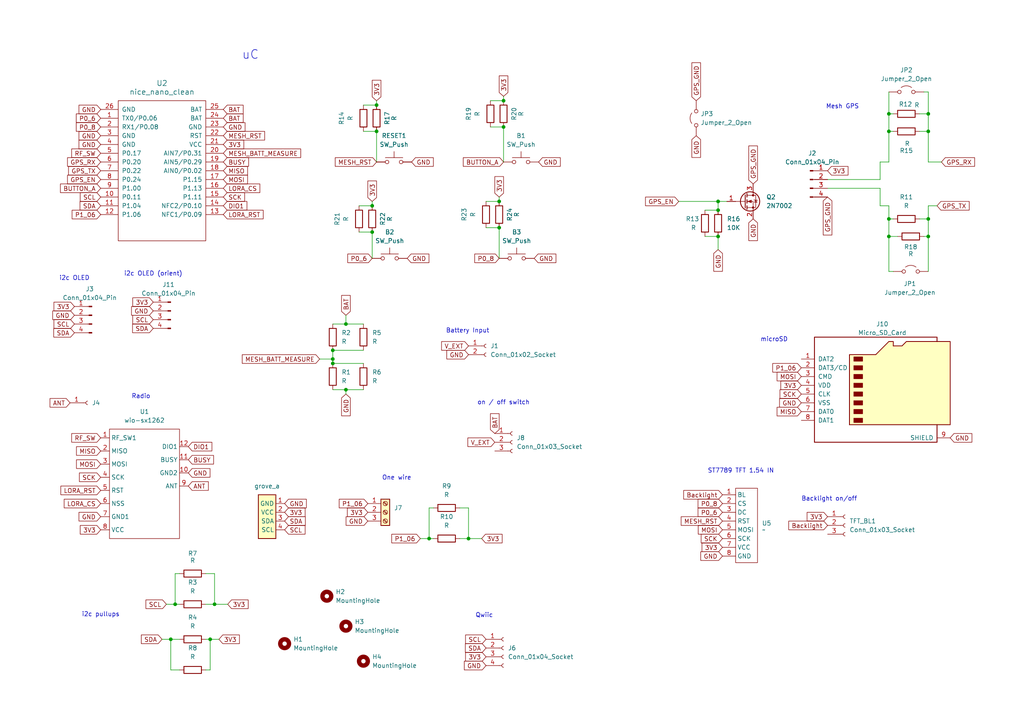
<source format=kicad_sch>
(kicad_sch (version 20231120) (generator "eeschema") (generator_version "8.0")
  (paper "A4")
  (lib_symbols
    (symbol "Connector:Conn_01x01_Socket" (pin_names (offset 1.016) hide)
      (property "Reference" "J" (at 0 2.54 0))
      (property "Value" "Conn_01x01_Socket" (at 0 -2.54 0))
      (symbol "Conn_01x01_Socket_1_1"
        (polyline (pts (xy -1.27 0) (xy -0.508 0)) (stroke (width 0.1524)))
        (arc (start 0 0.508) (mid -0.5058 0) (end 0 -0.508) (stroke (width 0.1524)))
        (pin passive line (at -5.08 0 0) (length 3.81) (name "Pin_1") (number "1"))
      )
    )
    (symbol "Connector:Conn_01x02_Socket" (pin_names (offset 1.016) hide)
      (property "Reference" "J" (at 0 2.54 0))
      (property "Value" "Conn_01x02_Socket" (at 0 -5.08 0))
      (symbol "Conn_01x02_Socket_1_1"
        (arc (start 0 -2.032) (mid -0.5058 -2.54) (end 0 -3.048) (stroke (width 0.1524)))
        (polyline (pts (xy -1.27 -2.54) (xy -0.508 -2.54)) (stroke (width 0.1524)))
        (polyline (pts (xy -1.27 0) (xy -0.508 0)) (stroke (width 0.1524)))
        (arc (start 0 0.508) (mid -0.5058 0) (end 0 -0.508) (stroke (width 0.1524)))
        (pin passive line (at -5.08 0 0) (length 3.81) (name "Pin_1") (number "1"))
        (pin passive line (at -5.08 -2.54 0) (length 3.81) (name "Pin_2") (number "2"))
      )
    )
    (symbol "Connector:Conn_01x03_Socket" (pin_names (offset 1.016) hide)
      (property "Reference" "J" (at 0 5.08 0))
      (property "Value" "Conn_01x03_Socket" (at 0 -5.08 0))
      (symbol "Conn_01x03_Socket_1_1"
        (arc (start 0 -2.032) (mid -0.5058 -2.54) (end 0 -3.048) (stroke (width 0.1524)))
        (polyline (pts (xy -1.27 -2.54) (xy -0.508 -2.54)) (stroke (width 0.1524)))
        (polyline (pts (xy -1.27 0) (xy -0.508 0)) (stroke (width 0.1524)))
        (polyline (pts (xy -1.27 2.54) (xy -0.508 2.54)) (stroke (width 0.1524)))
        (arc (start 0 0.508) (mid -0.5058 0) (end 0 -0.508) (stroke (width 0.1524)))
        (arc (start 0 3.048) (mid -0.5058 2.54) (end 0 2.032) (stroke (width 0.1524)))
        (pin passive line (at -5.08 2.54 0) (length 3.81) (name "Pin_1") (number "1"))
        (pin passive line (at -5.08 0 0) (length 3.81) (name "Pin_2") (number "2"))
        (pin passive line (at -5.08 -2.54 0) (length 3.81) (name "Pin_3") (number "3"))
      )
    )
    (symbol "Connector:Conn_01x04_Pin" (pin_names (offset 1.016) hide)
      (property "Reference" "J" (at 0 5.08 0))
      (property "Value" "Conn_01x04_Pin" (at 0 -7.62 0))
      (symbol "Conn_01x04_Pin_1_1"
        (polyline (pts (xy 1.27 -5.08) (xy 0.8636 -5.08)) (stroke (width 0.1524)))
        (polyline (pts (xy 1.27 -2.54) (xy 0.8636 -2.54)) (stroke (width 0.1524)))
        (polyline (pts (xy 1.27 0) (xy 0.8636 0)) (stroke (width 0.1524)))
        (polyline (pts (xy 1.27 2.54) (xy 0.8636 2.54)) (stroke (width 0.1524)))
        (rectangle (start 0.8636 -4.953) (end 0 -5.207) (stroke (width 0.1524)) (fill (type outline)))
        (rectangle (start 0.8636 -2.413) (end 0 -2.667) (stroke (width 0.1524)) (fill (type outline)))
        (rectangle (start 0.8636 0.127) (end 0 -0.127) (stroke (width 0.1524)) (fill (type outline)))
        (rectangle (start 0.8636 2.667) (end 0 2.413) (stroke (width 0.1524)) (fill (type outline)))
        (pin passive line (at 5.08 2.54 180) (length 3.81) (name "Pin_1") (number "1"))
        (pin passive line (at 5.08 0 180) (length 3.81) (name "Pin_2") (number "2"))
        (pin passive line (at 5.08 -2.54 180) (length 3.81) (name "Pin_3") (number "3"))
        (pin passive line (at 5.08 -5.08 180) (length 3.81) (name "Pin_4") (number "4"))
      )
    )
    (symbol "Connector:Conn_01x04_Socket" (pin_names (offset 1.016) hide)
      (property "Reference" "J" (at 0 5.08 0))
      (property "Value" "Conn_01x04_Socket" (at 0 -7.62 0))
      (symbol "Conn_01x04_Socket_1_1"
        (arc (start 0 -4.572) (mid -0.5058 -5.08) (end 0 -5.588) (stroke (width 0.1524)))
        (arc (start 0 -2.032) (mid -0.5058 -2.54) (end 0 -3.048) (stroke (width 0.1524)))
        (polyline (pts (xy -1.27 -5.08) (xy -0.508 -5.08)) (stroke (width 0.1524)))
        (polyline (pts (xy -1.27 -2.54) (xy -0.508 -2.54)) (stroke (width 0.1524)))
        (polyline (pts (xy -1.27 0) (xy -0.508 0)) (stroke (width 0.1524)))
        (polyline (pts (xy -1.27 2.54) (xy -0.508 2.54)) (stroke (width 0.1524)))
        (arc (start 0 0.508) (mid -0.5058 0) (end 0 -0.508) (stroke (width 0.1524)))
        (arc (start 0 3.048) (mid -0.5058 2.54) (end 0 2.032) (stroke (width 0.1524)))
        (pin passive line (at -5.08 2.54 0) (length 3.81) (name "Pin_1") (number "1"))
        (pin passive line (at -5.08 0 0) (length 3.81) (name "Pin_2") (number "2"))
        (pin passive line (at -5.08 -2.54 0) (length 3.81) (name "Pin_3") (number "3"))
        (pin passive line (at -5.08 -5.08 0) (length 3.81) (name "Pin_4") (number "4"))
      )
    )
    (symbol "Connector:Micro_SD_Card" (pin_names (offset 1.016))
      (property "Reference" "J" (at -16.51 15.24 0))
      (property "Value" "Micro_SD_Card" (at 16.51 15.24 0))
      (symbol "Micro_SD_Card_0_1"
        (rectangle (start -7.62 -9.525) (end -5.08 -10.795) (fill (type outline)))
        (rectangle (start -7.62 -6.985) (end -5.08 -8.255) (fill (type outline)))
        (rectangle (start -7.62 -4.445) (end -5.08 -5.715) (fill (type outline)))
        (rectangle (start -7.62 -1.905) (end -5.08 -3.175) (fill (type outline)))
        (rectangle (start -7.62 0.635) (end -5.08 -0.635) (fill (type outline)))
        (rectangle (start -7.62 3.175) (end -5.08 1.905) (fill (type outline)))
        (rectangle (start -7.62 5.715) (end -5.08 4.445) (fill (type outline)))
        (rectangle (start -7.62 8.255) (end -5.08 6.985) (fill (type outline)))
        (polyline (pts (xy 16.51 12.7) (xy 16.51 13.97) (xy -19.05 13.97) (xy -19.05 -16.51) (xy 16.51 -16.51) (xy 16.51 -11.43)) (stroke (width 0.254)))
        (polyline (pts (xy -8.89 -11.43) (xy -8.89 8.89) (xy -1.27 8.89) (xy 2.54 12.7) (xy 3.81 12.7) (xy 3.81 11.43) (xy 6.35 11.43) (xy 7.62 12.7) (xy 20.32 12.7) (xy 20.32 -11.43) (xy -8.89 -11.43)) (stroke (width 0.254)) (fill (type background)))
      )
      (symbol "Micro_SD_Card_1_1"
        (pin bidirectional line (at -22.86 7.62 0) (length 3.81) (name "DAT2") (number "1"))
        (pin bidirectional line (at -22.86 5.08 0) (length 3.81) (name "DAT3/CD") (number "2"))
        (pin input line (at -22.86 2.54 0) (length 3.81) (name "CMD") (number "3"))
        (pin power_in line (at -22.86 0 0) (length 3.81) (name "VDD") (number "4"))
        (pin input line (at -22.86 -2.54 0) (length 3.81) (name "CLK") (number "5"))
        (pin power_in line (at -22.86 -5.08 0) (length 3.81) (name "VSS") (number "6"))
        (pin bidirectional line (at -22.86 -7.62 0) (length 3.81) (name "DAT0") (number "7"))
        (pin bidirectional line (at -22.86 -10.16 0) (length 3.81) (name "DAT1") (number "8"))
        (pin passive line (at 20.32 -15.24 180) (length 3.81) (name "SHIELD") (number "9"))
      )
    )
    (symbol "Connector:Screw_Terminal_01x03" (pin_names (offset 1.016) hide)
      (property "Reference" "J" (at 0 5.08 0))
      (property "Value" "Screw_Terminal_01x03" (at 0 -5.08 0))
      (symbol "Screw_Terminal_01x03_1_1"
        (rectangle (start -1.27 3.81) (end 1.27 -3.81) (stroke (width 0.254)) (fill (type background)))
        (circle (center 0 -2.54) (radius 0.635) (stroke (width 0.1524)))
        (polyline (pts (xy -0.5334 -2.2098) (xy 0.3302 -3.048)) (stroke (width 0.1524)))
        (polyline (pts (xy -0.5334 0.3302) (xy 0.3302 -0.508)) (stroke (width 0.1524)))
        (polyline (pts (xy -0.5334 2.8702) (xy 0.3302 2.032)) (stroke (width 0.1524)))
        (polyline (pts (xy -0.3556 -2.032) (xy 0.508 -2.8702)) (stroke (width 0.1524)))
        (polyline (pts (xy -0.3556 0.508) (xy 0.508 -0.3302)) (stroke (width 0.1524)))
        (polyline (pts (xy -0.3556 3.048) (xy 0.508 2.2098)) (stroke (width 0.1524)))
        (circle (center 0 0) (radius 0.635) (stroke (width 0.1524)))
        (circle (center 0 2.54) (radius 0.635) (stroke (width 0.1524)))
        (pin passive line (at -5.08 2.54 0) (length 3.81) (name "Pin_1") (number "1"))
        (pin passive line (at -5.08 0 0) (length 3.81) (name "Pin_2") (number "2"))
        (pin passive line (at -5.08 -2.54 0) (length 3.81) (name "Pin_3") (number "3"))
      )
    )
    (symbol "Device:R" (pin_numbers hide) (pin_names (offset 0))
      (property "Reference" "R" (at 2.032 0 90))
      (property "Value" "R" (at 0 0 90))
      (symbol "R_0_1"
        (rectangle (start -1.016 -2.54) (end 1.016 2.54) (stroke (width 0.254)))
      )
      (symbol "R_1_1"
        (pin passive line (at 0 3.81 270) (length 1.27) (name "~") (number "1"))
        (pin passive line (at 0 -3.81 90) (length 1.27) (name "~") (number "2"))
      )
    )
    (symbol "Jumper:Jumper_2_Open" (pin_numbers hide) (pin_names (offset 0) hide) (exclude_from_sim yes)
      (property "Reference" "JP" (at 0 2.794 0))
      (property "Value" "Jumper_2_Open" (at 0 -2.286 0))
      (symbol "Jumper_2_Open_0_0"
        (circle (center -2.032 0) (radius 0.508))
        (circle (center 2.032 0) (radius 0.508))
      )
      (symbol "Jumper_2_Open_0_1"
        (arc (start 1.524 1.27) (mid 0 1.778) (end -1.524 1.27))
      )
      (symbol "Jumper_2_Open_1_1"
        (pin passive line (at -5.08 0 0) (length 2.54) (name "A") (number "1"))
        (pin passive line (at 5.08 0 180) (length 2.54) (name "B") (number "2"))
      )
    )
    (symbol "Mechanical:MountingHole" (pin_names (offset 1.016)) (exclude_from_sim yes) (in_bom no)
      (property "Reference" "H" (at 0 5.08 0))
      (property "Value" "MountingHole" (at 0 3.175 0))
      (symbol "MountingHole_0_1"
        (circle (center 0 0) (radius 1.27) (stroke (width 1.27)))
      )
    )
    (symbol "Switch:SW_Push" (pin_numbers hide) (pin_names (offset 1.016) hide)
      (property "Reference" "SW" (at 1.27 2.54 0))
      (property "Value" "SW_Push" (at 0 -1.524 0))
      (symbol "SW_Push_0_1"
        (circle (center -2.032 0) (radius 0.508))
        (polyline (pts (xy 0 1.27) (xy 0 3.048)))
        (polyline (pts (xy 2.54 1.27) (xy -2.54 1.27)))
        (circle (center 2.032 0) (radius 0.508))
        (pin passive line (at -5.08 0 0) (length 2.54) (name "1") (number "1"))
        (pin passive line (at 5.08 0 180) (length 2.54) (name "2") (number "2"))
      )
    )
    (symbol "Transistor_FET:2N7002" (pin_names hide)
      (property "Reference" "Q" (at 5.08 1.905 0))
      (property "Value" "2N7002" (at 5.08 0 0))
      (symbol "2N7002_0_1"
        (polyline (pts (xy 0.254 0) (xy -2.54 0)))
        (polyline (pts (xy 0.254 1.905) (xy 0.254 -1.905)) (stroke (width 0.254)))
        (polyline (pts (xy 0.762 -1.27) (xy 0.762 -2.286)) (stroke (width 0.254)))
        (polyline (pts (xy 0.762 0.508) (xy 0.762 -0.508)) (stroke (width 0.254)))
        (polyline (pts (xy 0.762 2.286) (xy 0.762 1.27)) (stroke (width 0.254)))
        (polyline (pts (xy 2.54 2.54) (xy 2.54 1.778)))
        (polyline (pts (xy 2.54 -2.54) (xy 2.54 0) (xy 0.762 0)))
        (polyline (pts (xy 0.762 -1.778) (xy 3.302 -1.778) (xy 3.302 1.778) (xy 0.762 1.778)))
        (polyline (pts (xy 1.016 0) (xy 2.032 0.381) (xy 2.032 -0.381) (xy 1.016 0)) (fill (type outline)))
        (polyline (pts (xy 2.794 0.508) (xy 2.921 0.381) (xy 3.683 0.381) (xy 3.81 0.254)))
        (polyline (pts (xy 3.302 0.381) (xy 2.921 -0.254) (xy 3.683 -0.254) (xy 3.302 0.381)))
        (circle (center 1.651 0) (radius 2.794) (stroke (width 0.254)))
        (circle (center 2.54 -1.778) (radius 0.254) (fill (type outline)))
        (circle (center 2.54 1.778) (radius 0.254) (fill (type outline)))
      )
      (symbol "2N7002_1_1"
        (pin input line (at -5.08 0 0) (length 2.54) (name "G") (number "1"))
        (pin passive line (at 2.54 -5.08 90) (length 2.54) (name "S") (number "2"))
        (pin passive line (at 2.54 5.08 270) (length 2.54) (name "D") (number "3"))
      )
    )
    (symbol "lucc:grove_a"
      (property "Reference" "U" (at -10.16 10.16 0))
      (property "Value" "grove_a" (at -4.064 11.43 0))
      (symbol "grove_a_0_1"
        (rectangle (start -2.54 7.62) (end 2.54 -5.08) (stroke (width 0.254)) (fill (type background)))
      )
      (symbol "grove_a_1_1"
        (pin bidirectional line (at 5.08 5.08 180) (length 2.54) (name "GND") (number "1"))
        (pin output line (at 5.08 2.54 180) (length 2.54) (name "VCC") (number "2"))
        (pin input line (at 5.08 0 180) (length 2.54) (name "SDA") (number "3"))
        (pin bidirectional line (at 5.08 -2.54 180) (length 2.54) (name "SCL") (number "4"))
      )
    )
    (symbol "lucc:st7789"
      (property "Reference" "U" (at 0 8.636 0))
      (symbol "st7789_0_1"
        (rectangle (start -3.81 5.715) (end 2.54 -15.875))
      )
      (symbol "st7789_1_1"
        (pin input line (at -7.62 3.81 0) (length 3.81) (name "BL") (number "1"))
        (pin input line (at -7.62 1.27 0) (length 3.81) (name "CS") (number "2"))
        (pin input line (at -7.62 -1.27 0) (length 3.81) (name "DC") (number "3"))
        (pin input line (at -7.62 -3.81 0) (length 3.81) (name "RST") (number "4"))
        (pin input line (at -7.62 -6.35 0) (length 3.81) (name "MOSI") (number "5"))
        (pin input line (at -7.62 -8.89 0) (length 3.81) (name "SCK") (number "6"))
        (pin input line (at -7.62 -11.43 0) (length 3.81) (name "VCC") (number "7"))
        (pin input line (at -7.62 -13.97 0) (length 3.81) (name "GND") (number "8"))
      )
    )
    (symbol "nice_nano:nice_nano_clean" (pin_names (offset 1.016))
      (property "Reference" "U" (at 0 0 0))
      (property "Value" "nice_nano_clean" (at 0 2.54 0))
      (symbol "nice_nano_clean_0_1"
        (rectangle (start -12.7 -21.59) (end 12.7 19.05))
      )
      (symbol "nice_nano_clean_1_1"
        (pin input line (at -17.78 13.97 0) (length 5.08) (name "TX0/P0.06") (number "1"))
        (pin input line (at -17.78 -8.89 0) (length 5.08) (name "P0.11") (number "10"))
        (pin input line (at -17.78 -11.43 0) (length 5.08) (name "P1.04") (number "11"))
        (pin input line (at -17.78 -13.97 0) (length 5.08) (name "P1.06") (number "12"))
        (pin input line (at 17.78 -13.97 180) (length 5.08) (name "NFC1/P0.09") (number "13"))
        (pin input line (at 17.78 -11.43 180) (length 5.08) (name "NFC2/P0.10") (number "14"))
        (pin input line (at 17.78 -8.89 180) (length 5.08) (name "P1.11") (number "15"))
        (pin input line (at 17.78 -6.35 180) (length 5.08) (name "P1.13") (number "16"))
        (pin input line (at 17.78 -3.81 180) (length 5.08) (name "P1.15") (number "17"))
        (pin input line (at 17.78 -1.27 180) (length 5.08) (name "AIN0/P0.02") (number "18"))
        (pin input line (at 17.78 1.27 180) (length 5.08) (name "AIN5/P0.29") (number "19"))
        (pin input line (at -17.78 11.43 0) (length 5.08) (name "RX1/P0.08") (number "2"))
        (pin input line (at 17.78 3.81 180) (length 5.08) (name "AIN7/P0.31") (number "20"))
        (pin input line (at 17.78 6.35 180) (length 5.08) (name "VCC") (number "21"))
        (pin input line (at 17.78 8.89 180) (length 5.08) (name "RST") (number "22"))
        (pin input line (at 17.78 11.43 180) (length 5.08) (name "GND") (number "23"))
        (pin input line (at 17.78 13.97 180) (length 5.08) (name "BAT") (number "24"))
        (pin input line (at 17.78 16.51 180) (length 5.08) (name "BAT") (number "25"))
        (pin input line (at -17.78 16.51 0) (length 5.08) (name "GND") (number "26"))
        (pin input line (at -17.78 8.89 0) (length 5.08) (name "GND") (number "3"))
        (pin input line (at -17.78 6.35 0) (length 5.08) (name "GND") (number "4"))
        (pin input line (at -17.78 3.81 0) (length 5.08) (name "P0.17") (number "5"))
        (pin input line (at -17.78 1.27 0) (length 5.08) (name "P0.20") (number "6"))
        (pin input line (at -17.78 -1.27 0) (length 5.08) (name "P0.22") (number "7"))
        (pin input line (at -17.78 -3.81 0) (length 5.08) (name "P0.24") (number "8"))
        (pin input line (at -17.78 -6.35 0) (length 5.08) (name "P1.00") (number "9"))
      )
    )
    (symbol "sweet-p:wio-sx1262"
      (property "Reference" "U" (at -1.27 13.97 0))
      (property "Value" "wio-sx1262" (at -1.27 11.43 0))
      (symbol "wio-sx1262_0_1"
        (rectangle (start -6.35 8.89) (end 13.97 -22.86))
      )
      (symbol "wio-sx1262_1_1"
        (pin input line (at -8.89 6.35 0) (length 2.54) (name "RF_SW1") (number "1"))
        (pin input line (at 16.51 -3.81 180) (length 2.54) (name "GND2") (number "10"))
        (pin input line (at 16.51 0 180) (length 2.54) (name "BUSY") (number "11"))
        (pin input line (at 16.51 3.81 180) (length 2.54) (name "DIO1") (number "12"))
        (pin input line (at -8.89 2.54 0) (length 2.54) (name "MISO") (number "2"))
        (pin input line (at -8.89 -1.27 0) (length 2.54) (name "MOSI") (number "3"))
        (pin input line (at -8.89 -5.08 0) (length 2.54) (name "SCK") (number "4"))
        (pin input line (at -8.89 -8.89 0) (length 2.54) (name "RST") (number "5"))
        (pin input line (at -8.89 -12.7 0) (length 2.54) (name "NSS") (number "6"))
        (pin input line (at -8.89 -16.51 0) (length 2.54) (name "GND1") (number "7"))
        (pin input line (at -8.89 -20.32 0) (length 2.54) (name "VCC") (number "8"))
        (pin input line (at 16.51 -7.62 180) (length 2.54) (name "ANT") (number "9"))
      )
    )
  )
  (junction (at 49.53 185.42))
  (junction (at 60.96 185.42))
  (junction (at 124.46 156.21))
  (junction (at 257.81 33.02))
  (junction (at 146.05 36.83))
  (junction (at 50.8 175.26))
  (junction (at 100.33 93.98))
  (junction (at 208.28 60.96))
  (junction (at 208.28 58.42))
  (junction (at 62.23 175.26))
  (junction (at 257.81 68.58))
  (junction (at 135.89 156.21))
  (junction (at 107.95 59.69))
  (junction (at 96.52 105.41))
  (junction (at 109.22 30.48))
  (junction (at 146.05 29.21))
  (junction (at 269.24 38.1))
  (junction (at 144.78 58.42))
  (junction (at 269.24 33.02))
  (junction (at 257.81 38.1))
  (junction (at 257.81 63.5))
  (junction (at 269.24 68.58))
  (junction (at 269.24 63.5))
  (junction (at 144.78 66.04))
  (junction (at 100.33 113.03))
  (junction (at 96.52 101.6))
  (junction (at 96.52 104.14))
  (junction (at 208.28 68.58))
  (junction (at 107.95 67.31))
  (junction (at 109.22 38.1))
  (wire (pts (xy 59.69 175.26) (xy 62.23 175.26)))
  (wire (pts (xy 259.08 38.1) (xy 257.81 38.1)))
  (wire (pts (xy 121.92 156.21) (xy 124.46 156.21)))
  (wire (pts (xy 100.33 91.44) (xy 100.33 93.98)))
  (wire (pts (xy 105.41 30.48) (xy 109.22 30.48)))
  (wire (pts (xy 46.99 185.42) (xy 49.53 185.42)))
  (wire (pts (xy 208.28 68.58) (xy 208.28 72.39)))
  (wire (pts (xy 96.52 105.41) (xy 105.41 105.41)))
  (wire (pts (xy 255.27 59.69) (xy 257.81 59.69)))
  (wire (pts (xy 96.52 104.14) (xy 96.52 105.41)))
  (wire (pts (xy 257.81 63.5) (xy 257.81 68.58)))
  (wire (pts (xy 49.53 194.31) (xy 52.07 194.31)))
  (wire (pts (xy 269.24 59.69) (xy 271.78 59.69)))
  (wire (pts (xy 255.27 46.99) (xy 257.81 46.99)))
  (wire (pts (xy 269.24 68.58) (xy 269.24 78.74)))
  (wire (pts (xy 255.27 54.61) (xy 255.27 59.69)))
  (wire (pts (xy 257.81 68.58) (xy 260.35 68.58)))
  (wire (pts (xy 59.69 194.31) (xy 60.96 194.31)))
  (wire (pts (xy 269.24 63.5) (xy 269.24 59.69)))
  (wire (pts (xy 257.81 68.58) (xy 257.81 78.74)))
  (wire (pts (xy 257.81 26.67) (xy 257.81 33.02)))
  (wire (pts (xy 49.53 185.42) (xy 49.53 194.31)))
  (wire (pts (xy 257.81 38.1) (xy 257.81 46.99)))
  (wire (pts (xy 92.71 104.14) (xy 96.52 104.14)))
  (wire (pts (xy 50.8 175.26) (xy 52.07 175.26)))
  (wire (pts (xy 48.26 175.26) (xy 50.8 175.26)))
  (wire (pts (xy 59.69 166.37) (xy 62.23 166.37)))
  (wire (pts (xy 107.95 58.42) (xy 107.95 59.69)))
  (wire (pts (xy 266.7 38.1) (xy 269.24 38.1)))
  (wire (pts (xy 257.81 59.69) (xy 257.81 63.5)))
  (wire (pts (xy 257.81 33.02) (xy 259.08 33.02)))
  (wire (pts (xy 62.23 175.26) (xy 66.04 175.26)))
  (wire (pts (xy 269.24 33.02) (xy 269.24 26.67)))
  (wire (pts (xy 124.46 147.32) (xy 124.46 156.21)))
  (wire (pts (xy 140.97 58.42) (xy 144.78 58.42)))
  (wire (pts (xy 62.23 166.37) (xy 62.23 175.26)))
  (wire (pts (xy 124.46 156.21) (xy 125.73 156.21)))
  (wire (pts (xy 109.22 38.1) (xy 109.22 46.99)))
  (wire (pts (xy 266.7 63.5) (xy 269.24 63.5)))
  (wire (pts (xy 269.24 46.99) (xy 273.05 46.99)))
  (wire (pts (xy 60.96 194.31) (xy 60.96 185.42)))
  (wire (pts (xy 60.96 185.42) (xy 63.5 185.42)))
  (wire (pts (xy 269.24 68.58) (xy 269.24 63.5)))
  (wire (pts (xy 269.24 38.1) (xy 269.24 46.99)))
  (wire (pts (xy 140.97 66.04) (xy 144.78 66.04)))
  (wire (pts (xy 50.8 166.37) (xy 50.8 175.26)))
  (wire (pts (xy 146.05 36.83) (xy 146.05 46.99)))
  (wire (pts (xy 133.35 156.21) (xy 135.89 156.21)))
  (wire (pts (xy 208.28 58.42) (xy 210.82 58.42)))
  (wire (pts (xy 59.69 185.42) (xy 60.96 185.42)))
  (wire (pts (xy 269.24 38.1) (xy 269.24 33.02)))
  (wire (pts (xy 269.24 26.67) (xy 267.97 26.67)))
  (wire (pts (xy 196.85 58.42) (xy 208.28 58.42)))
  (wire (pts (xy 96.52 93.98) (xy 100.33 93.98)))
  (wire (pts (xy 240.03 52.07) (xy 255.27 52.07)))
  (wire (pts (xy 100.33 93.98) (xy 105.41 93.98)))
  (wire (pts (xy 100.33 113.03) (xy 105.41 113.03)))
  (wire (pts (xy 133.35 147.32) (xy 135.89 147.32)))
  (wire (pts (xy 100.33 113.03) (xy 100.33 114.3)))
  (wire (pts (xy 255.27 52.07) (xy 255.27 46.99)))
  (wire (pts (xy 109.22 29.21) (xy 109.22 30.48)))
  (wire (pts (xy 125.73 147.32) (xy 124.46 147.32)))
  (wire (pts (xy 96.52 101.6) (xy 96.52 104.14)))
  (wire (pts (xy 104.14 67.31) (xy 107.95 67.31)))
  (wire (pts (xy 257.81 33.02) (xy 257.81 38.1)))
  (wire (pts (xy 144.78 66.04) (xy 144.78 74.93)))
  (wire (pts (xy 52.07 166.37) (xy 50.8 166.37)))
  (wire (pts (xy 104.14 59.69) (xy 107.95 59.69)))
  (wire (pts (xy 266.7 33.02) (xy 269.24 33.02)))
  (wire (pts (xy 49.53 185.42) (xy 52.07 185.42)))
  (wire (pts (xy 144.78 57.15) (xy 144.78 58.42)))
  (wire (pts (xy 267.97 68.58) (xy 269.24 68.58)))
  (wire (pts (xy 96.52 101.6) (xy 105.41 101.6)))
  (wire (pts (xy 142.24 36.83) (xy 146.05 36.83)))
  (wire (pts (xy 96.52 113.03) (xy 100.33 113.03)))
  (wire (pts (xy 257.81 78.74) (xy 259.08 78.74)))
  (wire (pts (xy 208.28 58.42) (xy 208.28 60.96)))
  (wire (pts (xy 146.05 27.94) (xy 146.05 29.21)))
  (wire (pts (xy 135.89 156.21) (xy 139.7 156.21)))
  (wire (pts (xy 135.89 147.32) (xy 135.89 156.21)))
  (wire (pts (xy 142.24 29.21) (xy 146.05 29.21)))
  (wire (pts (xy 107.95 67.31) (xy 107.95 74.93)))
  (wire (pts (xy 204.47 60.96) (xy 208.28 60.96)))
  (wire (pts (xy 240.03 54.61) (xy 255.27 54.61)))
  (wire (pts (xy 257.81 63.5) (xy 259.08 63.5)))
  (wire (pts (xy 204.47 68.58) (xy 208.28 68.58)))
  (wire (pts (xy 105.41 38.1) (xy 109.22 38.1)))
  (text "microSD" (at 224.536 98.552 0) (effects (font (size 1.27 1.27))))
  (text "Mesh GPS" (at 244.348 30.988 0) (effects (font (size 1.27 1.27))))
  (text "ST7789 TFT 1.54 IN" (at 214.884 136.652 0) (effects (font (size 1.27 1.27))))
  (text "Backlight on/off" (at 240.538 144.78 0) (effects (font (size 1.27 1.27))))
  (text "uC" (at 72.644 16.002 0) (effects (font (size 2.54 2.54))))
  (text "on / off switch" (at 146.05 116.84 0) (effects (font (size 1.27 1.27))))
  (text "One wire" (at 115.062 138.684 0) (effects (font (size 1.27 1.27))))
  (text "i2c pullups" (at 29.21 178.308 0) (effects (font (size 1.27 1.27))))
  (text "i2c OLED" (at 21.59 80.772 0) (effects (font (size 1.27 1.27))))
  (text "Radio" (at 40.894 115.062 0) (effects (font (size 1.27 1.27))))
  (text "i2c OLED (orient)" (at 44.45 79.502 0) (effects (font (size 1.27 1.27))))
  (text "Battery Input" (at 135.636 96.012 0) (effects (font (size 1.27 1.27))))
  (text "Qwiic" (at 140.462 178.562 0) (effects (font (size 1.27 1.27))))
  (global_label "GND" (shape input) (at 156.21 46.99 0) (property "Intersheetrefs" "${INTERSHEET_REFS}" (effects (hide yes))))
  (global_label "3V3" (shape input) (at 107.95 58.42 90) (property "Intersheetrefs" "${INTERSHEET_REFS}" (effects (hide yes))))
  (global_label "GPS_RX" (shape input) (at 29.21 46.99 180) (property "Intersheetrefs" "${INTERSHEET_REFS}" (effects (hide yes))))
  (global_label "GND" (shape input) (at 82.55 146.05 0) (property "Intersheetrefs" "${INTERSHEET_REFS}" (effects (hide yes))))
  (global_label "SDA" (shape input) (at 21.59 96.52 180) (property "Intersheetrefs" "${INTERSHEET_REFS}" (effects (hide yes))))
  (global_label "GND" (shape input) (at 135.89 102.87 180) (property "Intersheetrefs" "${INTERSHEET_REFS}" (effects (hide yes))))
  (global_label "P1_06" (shape input) (at 29.21 62.23 180) (property "Intersheetrefs" "${INTERSHEET_REFS}" (effects (hide yes))))
  (global_label "GND" (shape input) (at 29.21 39.37 180) (property "Intersheetrefs" "${INTERSHEET_REFS}" (effects (hide yes))))
  (global_label "GND" (shape input) (at 208.28 72.39 270) (property "Intersheetrefs" "${INTERSHEET_REFS}" (effects (hide yes))))
  (global_label "MESH_RST" (shape input) (at 109.22 46.99 180) (property "Intersheetrefs" "${INTERSHEET_REFS}" (effects (hide yes))))
  (global_label "BAT" (shape input) (at 143.51 125.73 90) (property "Intersheetrefs" "${INTERSHEET_REFS}" (effects (hide yes))))
  (global_label "3V3" (shape input) (at 209.55 158.75 180) (property "Intersheetrefs" "${INTERSHEET_REFS}" (effects (hide yes))))
  (global_label "GND" (shape input) (at 119.38 46.99 0) (property "Intersheetrefs" "${INTERSHEET_REFS}" (effects (hide yes))))
  (global_label "ANT" (shape input) (at 20.32 116.84 180) (property "Intersheetrefs" "${INTERSHEET_REFS}" (effects (hide yes))))
  (global_label "GPS_GND" (shape input) (at 218.44 53.34 90) (property "Intersheetrefs" "${INTERSHEET_REFS}" (effects (hide yes))))
  (global_label "SDA" (shape input) (at 44.45 95.25 180) (property "Intersheetrefs" "${INTERSHEET_REFS}" (effects (hide yes))))
  (global_label "MESH_RST" (shape input) (at 209.55 151.13 180) (property "Intersheetrefs" "${INTERSHEET_REFS}" (effects (hide yes))))
  (global_label "BUSY" (shape input) (at 64.77 46.99 0) (property "Intersheetrefs" "${INTERSHEET_REFS}" (effects (hide yes))))
  (global_label "GPS_RX" (shape input) (at 273.05 46.99 0) (property "Intersheetrefs" "${INTERSHEET_REFS}" (effects (hide yes))))
  (global_label "GPS_TX" (shape input) (at 271.78 59.69 0) (property "Intersheetrefs" "${INTERSHEET_REFS}" (effects (hide yes))))
  (global_label "RF_SW" (shape input) (at 29.21 127 180) (property "Intersheetrefs" "${INTERSHEET_REFS}" (effects (hide yes))))
  (global_label "GND" (shape input) (at 106.68 151.13 180) (property "Intersheetrefs" "${INTERSHEET_REFS}" (effects (hide yes))))
  (global_label "P1_06" (shape input) (at 121.92 156.21 180) (property "Intersheetrefs" "${INTERSHEET_REFS}" (effects (hide yes))))
  (global_label "GND" (shape input) (at 232.41 116.84 180) (property "Intersheetrefs" "${INTERSHEET_REFS}" (effects (hide yes))))
  (global_label "BUSY" (shape input) (at 54.61 133.35 0) (property "Intersheetrefs" "${INTERSHEET_REFS}" (effects (hide yes))))
  (global_label "SCL" (shape input) (at 21.59 93.98 180) (property "Intersheetrefs" "${INTERSHEET_REFS}" (effects (hide yes))))
  (global_label "GND" (shape input) (at 29.21 41.91 180) (property "Intersheetrefs" "${INTERSHEET_REFS}" (effects (hide yes))))
  (global_label "MISO" (shape input) (at 232.41 119.38 180) (property "Intersheetrefs" "${INTERSHEET_REFS}" (effects (hide yes))))
  (global_label "3V3" (shape input) (at 240.03 49.53 0) (property "Intersheetrefs" "${INTERSHEET_REFS}" (effects (hide yes))))
  (global_label "RF_SW" (shape input) (at 29.21 44.45 180) (property "Intersheetrefs" "${INTERSHEET_REFS}" (effects (hide yes))))
  (global_label "ANT" (shape input) (at 54.61 140.97 0) (property "Intersheetrefs" "${INTERSHEET_REFS}" (effects (hide yes))))
  (global_label "GND" (shape input) (at 209.55 161.29 180) (property "Intersheetrefs" "${INTERSHEET_REFS}" (effects (hide yes))))
  (global_label "LORA_RST" (shape input) (at 29.21 142.24 180) (property "Intersheetrefs" "${INTERSHEET_REFS}" (effects (hide yes))))
  (global_label "GND" (shape input) (at 64.77 36.83 0) (property "Intersheetrefs" "${INTERSHEET_REFS}" (effects (hide yes))))
  (global_label "3V3" (shape input) (at 29.21 153.67 180) (property "Intersheetrefs" "${INTERSHEET_REFS}" (effects (hide yes))))
  (global_label "SDA" (shape input) (at 29.21 59.69 180) (property "Intersheetrefs" "${INTERSHEET_REFS}" (effects (hide yes))))
  (global_label "3V3" (shape input) (at 21.59 88.9 180) (property "Intersheetrefs" "${INTERSHEET_REFS}" (effects (hide yes))))
  (global_label "BAT" (shape input) (at 64.77 34.29 0) (property "Intersheetrefs" "${INTERSHEET_REFS}" (effects (hide yes))))
  (global_label "3V3" (shape input) (at 140.97 190.5 180) (property "Intersheetrefs" "${INTERSHEET_REFS}" (effects (hide yes))))
  (global_label "P0_8" (shape input) (at 144.78 74.93 180) (property "Intersheetrefs" "${INTERSHEET_REFS}" (effects (hide yes))))
  (global_label "3V3" (shape input) (at 240.03 149.86 180) (property "Intersheetrefs" "${INTERSHEET_REFS}" (effects (hide yes))))
  (global_label "SCL" (shape input) (at 82.55 153.67 0) (property "Intersheetrefs" "${INTERSHEET_REFS}" (effects (hide yes))))
  (global_label "SCL" (shape input) (at 140.97 185.42 180) (property "Intersheetrefs" "${INTERSHEET_REFS}" (effects (hide yes))))
  (global_label "GND" (shape input) (at 29.21 149.86 180) (property "Intersheetrefs" "${INTERSHEET_REFS}" (effects (hide yes))))
  (global_label "P0_8" (shape input) (at 29.21 36.83 180) (property "Intersheetrefs" "${INTERSHEET_REFS}" (effects (hide yes))))
  (global_label "MOSI" (shape input) (at 29.21 134.62 180) (property "Intersheetrefs" "${INTERSHEET_REFS}" (effects (hide yes))))
  (global_label "GND" (shape input) (at 44.45 90.17 180) (property "Intersheetrefs" "${INTERSHEET_REFS}" (effects (hide yes))))
  (global_label "MESH_RST" (shape input) (at 64.77 39.37 0) (property "Intersheetrefs" "${INTERSHEET_REFS}" (effects (hide yes))))
  (global_label "MOSI" (shape input) (at 64.77 52.07 0) (property "Intersheetrefs" "${INTERSHEET_REFS}" (effects (hide yes))))
  (global_label "LORA_CS" (shape input) (at 64.77 54.61 0) (property "Intersheetrefs" "${INTERSHEET_REFS}" (effects (hide yes))))
  (global_label "SDA" (shape input) (at 82.55 151.13 0) (property "Intersheetrefs" "${INTERSHEET_REFS}" (effects (hide yes))))
  (global_label "GND" (shape input) (at 275.59 127 0) (property "Intersheetrefs" "${INTERSHEET_REFS}" (effects (hide yes))))
  (global_label "GND" (shape input) (at 21.59 91.44 180) (property "Intersheetrefs" "${INTERSHEET_REFS}" (effects (hide yes))))
  (global_label "GND" (shape input) (at 154.94 74.93 0) (property "Intersheetrefs" "${INTERSHEET_REFS}" (effects (hide yes))))
  (global_label "V_EXT" (shape input) (at 143.51 128.27 180) (property "Intersheetrefs" "${INTERSHEET_REFS}" (effects (hide yes))))
  (global_label "SCK" (shape input) (at 64.77 57.15 0) (property "Intersheetrefs" "${INTERSHEET_REFS}" (effects (hide yes))))
  (global_label "3V3" (shape input) (at 139.7 156.21 0) (property "Intersheetrefs" "${INTERSHEET_REFS}" (effects (hide yes))))
  (global_label "P1_06" (shape input) (at 232.41 106.68 180) (property "Intersheetrefs" "${INTERSHEET_REFS}" (effects (hide yes))))
  (global_label "GND" (shape input) (at 218.44 63.5 270) (property "Intersheetrefs" "${INTERSHEET_REFS}" (effects (hide yes))))
  (global_label "GND" (shape input) (at 140.97 193.04 180) (property "Intersheetrefs" "${INTERSHEET_REFS}" (effects (hide yes))))
  (global_label "GND" (shape input) (at 201.93 39.37 270) (property "Intersheetrefs" "${INTERSHEET_REFS}" (effects (hide yes))))
  (global_label "3V3" (shape input) (at 146.05 27.94 90) (property "Intersheetrefs" "${INTERSHEET_REFS}" (effects (hide yes))))
  (global_label "MESH_BATT_MEASURE" (shape input) (at 92.71 104.14 180) (property "Intersheetrefs" "${INTERSHEET_REFS}" (effects (hide yes))))
  (global_label "GPS_GND" (shape input) (at 240.03 57.15 270) (property "Intersheetrefs" "${INTERSHEET_REFS}" (effects (hide yes))))
  (global_label "SDA" (shape input) (at 140.97 187.96 180) (property "Intersheetrefs" "${INTERSHEET_REFS}" (effects (hide yes))))
  (global_label "BAT" (shape input) (at 64.77 31.75 0) (property "Intersheetrefs" "${INTERSHEET_REFS}" (effects (hide yes))))
  (global_label "LORA_CS" (shape input) (at 29.21 146.05 180) (property "Intersheetrefs" "${INTERSHEET_REFS}" (effects (hide yes))))
  (global_label "MOSI" (shape input) (at 209.55 153.67 180) (property "Intersheetrefs" "${INTERSHEET_REFS}" (effects (hide yes))))
  (global_label "GND" (shape input) (at 100.33 114.3 270) (property "Intersheetrefs" "${INTERSHEET_REFS}" (effects (hide yes))))
  (global_label "GND" (shape input) (at 54.61 137.16 0) (property "Intersheetrefs" "${INTERSHEET_REFS}" (effects (hide yes))))
  (global_label "3V3" (shape input) (at 63.5 185.42 0) (property "Intersheetrefs" "${INTERSHEET_REFS}" (effects (hide yes))))
  (global_label "DIO1" (shape input) (at 64.77 59.69 0) (property "Intersheetrefs" "${INTERSHEET_REFS}" (effects (hide yes))))
  (global_label "GND" (shape input) (at 118.11 74.93 0) (property "Intersheetrefs" "${INTERSHEET_REFS}" (effects (hide yes))))
  (global_label "GPS_TX" (shape input) (at 29.21 49.53 180) (property "Intersheetrefs" "${INTERSHEET_REFS}" (effects (hide yes))))
  (global_label "MESH_BATT_MEASURE" (shape input) (at 64.77 44.45 0) (property "Intersheetrefs" "${INTERSHEET_REFS}" (effects (hide yes))))
  (global_label "MISO" (shape input) (at 64.77 49.53 0) (property "Intersheetrefs" "${INTERSHEET_REFS}" (effects (hide yes))))
  (global_label "SCK" (shape input) (at 209.55 156.21 180) (property "Intersheetrefs" "${INTERSHEET_REFS}" (effects (hide yes))))
  (global_label "Backlight" (shape input) (at 240.03 152.4 180) (property "Intersheetrefs" "${INTERSHEET_REFS}" (effects (hide yes))))
  (global_label "3V3" (shape input) (at 64.77 41.91 0) (property "Intersheetrefs" "${INTERSHEET_REFS}" (effects (hide yes))))
  (global_label "MOSI" (shape input) (at 232.41 109.22 180) (property "Intersheetrefs" "${INTERSHEET_REFS}" (effects (hide yes))))
  (global_label "SDA" (shape input) (at 46.99 185.42 180) (property "Intersheetrefs" "${INTERSHEET_REFS}" (effects (hide yes))))
  (global_label "SCK" (shape input) (at 29.21 138.43 180) (property "Intersheetrefs" "${INTERSHEET_REFS}" (effects (hide yes))))
  (global_label "3V3" (shape input) (at 144.78 57.15 90) (property "Intersheetrefs" "${INTERSHEET_REFS}" (effects (hide yes))))
  (global_label "P0_6" (shape input) (at 29.21 34.29 180) (property "Intersheetrefs" "${INTERSHEET_REFS}" (effects (hide yes))))
  (global_label "BUTTON_A" (shape input) (at 29.21 54.61 180) (property "Intersheetrefs" "${INTERSHEET_REFS}" (effects (hide yes))))
  (global_label "GPS_GND" (shape input) (at 201.93 29.21 90) (property "Intersheetrefs" "${INTERSHEET_REFS}" (effects (hide yes))))
  (global_label "SCL" (shape input) (at 48.26 175.26 180) (property "Intersheetrefs" "${INTERSHEET_REFS}" (effects (hide yes))))
  (global_label "3V3" (shape input) (at 44.45 87.63 180) (property "Intersheetrefs" "${INTERSHEET_REFS}" (effects (hide yes))))
  (global_label "P0_6" (shape input) (at 107.95 74.93 180) (property "Intersheetrefs" "${INTERSHEET_REFS}" (effects (hide yes))))
  (global_label "MISO" (shape input) (at 29.21 130.81 180) (property "Intersheetrefs" "${INTERSHEET_REFS}" (effects (hide yes))))
  (global_label "SCL" (shape input) (at 29.21 57.15 180) (property "Intersheetrefs" "${INTERSHEET_REFS}" (effects (hide yes))))
  (global_label "GND" (shape input) (at 29.21 31.75 180) (property "Intersheetrefs" "${INTERSHEET_REFS}" (effects (hide yes))))
  (global_label "3V3" (shape input) (at 66.04 175.26 0) (property "Intersheetrefs" "${INTERSHEET_REFS}" (effects (hide yes))))
  (global_label "LORA_RST" (shape input) (at 64.77 62.23 0) (property "Intersheetrefs" "${INTERSHEET_REFS}" (effects (hide yes))))
  (global_label "V_EXT" (shape input) (at 135.89 100.33 180) (property "Intersheetrefs" "${INTERSHEET_REFS}" (effects (hide yes))))
  (global_label "P0_8" (shape input) (at 209.55 146.05 180) (property "Intersheetrefs" "${INTERSHEET_REFS}" (effects (hide yes))))
  (global_label "3V3" (shape input) (at 109.22 29.21 90) (property "Intersheetrefs" "${INTERSHEET_REFS}" (effects (hide yes))))
  (global_label "3V3" (shape input) (at 82.55 148.59 0) (property "Intersheetrefs" "${INTERSHEET_REFS}" (effects (hide yes))))
  (global_label "GPS_EN" (shape input) (at 29.21 52.07 180) (property "Intersheetrefs" "${INTERSHEET_REFS}" (effects (hide yes))))
  (global_label "P0_6" (shape input) (at 209.55 148.59 180) (property "Intersheetrefs" "${INTERSHEET_REFS}" (effects (hide yes))))
  (global_label "Backlight" (shape input) (at 209.55 143.51 180) (property "Intersheetrefs" "${INTERSHEET_REFS}" (effects (hide yes))))
  (global_label "3V3" (shape input) (at 232.41 111.76 180) (property "Intersheetrefs" "${INTERSHEET_REFS}" (effects (hide yes))))
  (global_label "P1_06" (shape input) (at 106.68 146.05 180) (property "Intersheetrefs" "${INTERSHEET_REFS}" (effects (hide yes))))
  (global_label "SCK" (shape input) (at 232.41 114.3 180) (property "Intersheetrefs" "${INTERSHEET_REFS}" (effects (hide yes))))
  (global_label "GPS_EN" (shape input) (at 196.85 58.42 180) (property "Intersheetrefs" "${INTERSHEET_REFS}" (effects (hide yes))))
  (global_label "BAT" (shape input) (at 100.33 91.44 90) (property "Intersheetrefs" "${INTERSHEET_REFS}" (effects (hide yes))))
  (global_label "DIO1" (shape input) (at 54.61 129.54 0) (property "Intersheetrefs" "${INTERSHEET_REFS}" (effects (hide yes))))
  (global_label "SCL" (shape input) (at 44.45 92.71 180) (property "Intersheetrefs" "${INTERSHEET_REFS}" (effects (hide yes))))
  (global_label "3V3" (shape input) (at 106.68 148.59 180) (property "Intersheetrefs" "${INTERSHEET_REFS}" (effects (hide yes))))
  (global_label "BUTTON_A" (shape input) (at 146.05 46.99 180) (property "Intersheetrefs" "${INTERSHEET_REFS}" (effects (hide yes))))
  (symbol (lib_id "Device:R") (at 55.88 194.31 90) (unit 1)
    (property "Reference" "R8" (at 55.88 187.96 90))
    (property "Value" "R" (at 55.88 190.5 90))
    (property "Footprint" "Resistor_SMD:R_0805_2012Metric_Pad1.20x1.40mm_HandSolder" (effects (hide yes)))
    (property "Description" "Resistor" (effects (hide yes)))
  )
  (symbol (lib_id "Device:R") (at 109.22 34.29 180) (unit 1)
    (property "Reference" "R17" (at 112.268 34.29 90))
    (property "Value" "R" (at 114.3 34.29 90))
    (property "Footprint" "Resistor_SMD:R_0805_2012Metric_Pad1.20x1.40mm_HandSolder" (effects (hide yes)))
    (property "Description" "Resistor" (effects (hide yes)))
  )
  (symbol (lib_id "Device:R") (at 107.95 63.5 180) (unit 1)
    (property "Reference" "R22" (at 110.998 63.5 90))
    (property "Value" "R" (at 113.03 63.5 90))
    (property "Footprint" "Resistor_SMD:R_0805_2012Metric_Pad1.20x1.40mm_HandSolder" (effects (hide yes)))
    (property "Description" "Resistor" (effects (hide yes)))
  )
  (symbol (lib_id "Connector:Conn_01x03_Socket") (at 148.59 128.27 0) (unit 1)
    (property "Reference" "J8" (at 149.86 126.9999 0) (effects (justify left)))
    (property "Value" "Conn_01x03_Socket" (at 149.86 129.5399 0) (effects (justify left)))
    (property "Footprint" "eg1206:SSW_1825232-1" (effects (hide yes)))
    (property "Description" "Generic connector, single row, 01x03, script generated" (effects (hide yes)))
  )
  (symbol (lib_id "Device:R") (at 105.41 109.22 0) (unit 1)
    (property "Reference" "R6" (at 107.95 107.9499 0) (effects (justify left)))
    (property "Value" "R" (at 107.95 110.4899 0) (effects (justify left)))
    (property "Footprint" "Resistor_SMD:R_0805_2012Metric_Pad1.20x1.40mm_HandSolder" (effects (hide yes)))
    (property "Description" "Resistor" (effects (hide yes)))
  )
  (symbol (lib_id "Connector:Conn_01x04_Socket") (at 146.05 187.96 0) (unit 1)
    (property "Reference" "J6" (at 147.32 187.9599 0) (effects (justify left)))
    (property "Value" "Conn_01x04_Socket" (at 147.32 190.4999 0) (effects (justify left)))
    (property "Footprint" "footprints:JST_SH4_SKINNY" (effects (hide yes)))
    (property "Description" "Generic connector, single row, 01x04, script generated" (effects (hide yes)))
  )
  (symbol (lib_id "Device:R") (at 55.88 185.42 90) (unit 1)
    (property "Reference" "R4" (at 55.88 179.07 90))
    (property "Value" "R" (at 55.88 181.61 90))
    (property "Footprint" "Resistor_THT:R_Axial_DIN0207_L6.3mm_D2.5mm_P10.16mm_Horizontal" (effects (hide yes)))
    (property "Description" "Resistor" (effects (hide yes)))
  )
  (symbol (lib_id "Connector:Screw_Terminal_01x03") (at 111.76 148.59 0) (unit 1)
    (property "Reference" "J7" (at 114.3 147.3199 0) (effects (justify left)))
    (property "Value" "Screw_Terminal_01x03" (effects (hide yes)))
    (property "Footprint" "TerminalBlock_Phoenix:TerminalBlock_Phoenix_MKDS-1,5-3-5.08_1x03_P5.08mm_Horizontal" (effects (hide yes)))
    (property "Description" "Generic screw terminal, single row, 01x03, script generated (kicad-library-utils/schlib/autogen/connector/)" (effects (hide yes)))
  )
  (symbol (lib_id "Device:R") (at 262.89 63.5 90) (unit 1)
    (property "Reference" "R11" (at 262.89 57.15 90))
    (property "Value" "R" (at 262.89 59.69 90))
    (property "Footprint" "Resistor_THT:R_Axial_DIN0207_L6.3mm_D2.5mm_P10.16mm_Horizontal" (effects (hide yes)))
    (property "Description" "Resistor" (effects (hide yes)))
  )
  (symbol (lib_id "Device:R") (at 262.89 38.1 90) (unit 1)
    (property "Reference" "R15" (at 262.89 43.688 90))
    (property "Value" "R" (at 263.144 41.656 90))
    (property "Footprint" "Resistor_SMD:R_0805_2012Metric_Pad1.20x1.40mm_HandSolder" (effects (hide yes)))
    (property "Description" "Resistor" (effects (hide yes)))
  )
  (symbol (lib_id "Connector:Conn_01x02_Socket") (at 140.97 100.33 0) (unit 1)
    (property "Reference" "J1" (at 142.24 100.3299 0) (effects (justify left)))
    (property "Value" "Conn_01x02_Socket" (at 142.24 102.8699 0) (effects (justify left)))
    (property "Footprint" "Connector_JST:JST_PH_B2B-PH-K_1x02_P2.00mm_Vertical" (effects (hide yes)))
    (property "Description" "Generic connector, single row, 01x02, script generated" (effects (hide yes)))
  )
  (symbol (lib_id "Device:R") (at 144.78 62.23 180) (unit 1)
    (property "Reference" "R24" (at 147.828 62.23 90))
    (property "Value" "R" (at 149.86 62.23 90))
    (property "Footprint" "Resistor_SMD:R_0805_2012Metric_Pad1.20x1.40mm_HandSolder" (effects (hide yes)))
    (property "Description" "Resistor" (effects (hide yes)))
  )
  (symbol (lib_id "Connector:Micro_SD_Card") (at 255.27 111.76 0) (unit 1)
    (property "Reference" "J10" (at 255.905 93.98 0))
    (property "Value" "Micro_SD_Card" (at 255.905 96.52 0))
    (property "Footprint" "footprints:DM3D-SF_outline" (effects (hide yes)))
    (property "Datasheet" "https://www.we-online.com/components/products/datasheet/693072010801.pdf" (effects (hide yes)))
    (property "Description" "Micro SD Card Socket" (effects (hide yes)))
  )
  (symbol (lib_id "nice_nano:nice_nano_clean") (at 46.99 48.26 0) (unit 1)
    (property "Reference" "U2" (at 46.99 24.13 0) (effects (font (size 1.524 1.524))))
    (property "Value" "nice_nano_clean" (at 46.99 26.67 0) (effects (font (size 1.524 1.524))))
    (property "Footprint" "footprints:nice_nano_cleanest" (effects (hide yes)))
  )
  (symbol (lib_id "Device:R") (at 104.14 63.5 180) (unit 1)
    (property "Reference" "R21" (at 97.79 63.5 90))
    (property "Value" "R" (at 100.33 63.5 90))
    (property "Footprint" "Resistor_THT:R_Axial_DIN0207_L6.3mm_D2.5mm_P10.16mm_Horizontal" (effects (hide yes)))
    (property "Description" "Resistor" (effects (hide yes)))
  )
  (symbol (lib_id "Device:R") (at 55.88 175.26 90) (unit 1)
    (property "Reference" "R3" (at 55.88 168.91 90))
    (property "Value" "R" (at 55.88 171.45 90))
    (property "Footprint" "Resistor_THT:R_Axial_DIN0207_L6.3mm_D2.5mm_P10.16mm_Horizontal" (effects (hide yes)))
    (property "Description" "Resistor" (effects (hide yes)))
  )
  (symbol (lib_id "Device:R") (at 208.28 64.77 180) (unit 1)
    (property "Reference" "R16" (at 210.82 63.4999 0) (effects (justify right)))
    (property "Value" "10K" (at 210.82 66.0399 0) (effects (justify right)))
    (property "Footprint" "Resistor_SMD:R_0805_2012Metric_Pad1.20x1.40mm_HandSolder" (effects (hide yes)))
    (property "Description" "Resistor" (effects (hide yes)))
  )
  (symbol (lib_id "Jumper:Jumper_2_Open") (at 262.89 26.67 0) (unit 1) (exclude_from_sim yes)
    (property "Reference" "JP2" (at 262.89 20.32 0))
    (property "Value" "Jumper_2_Open" (at 262.89 22.86 0))
    (property "Footprint" "Jumper:SolderJumper-2_P1.3mm_Open_Pad1.0x1.5mm" (effects (hide yes)))
    (property "Description" "Jumper, 2-pole, open" (effects (hide yes)))
  )
  (symbol (lib_id "Connector:Conn_01x04_Pin") (at 26.67 91.44 0) (mirror y) (unit 1)
    (property "Reference" "J3" (at 26.035 83.82 0))
    (property "Value" "Conn_01x04_Pin" (at 26.035 86.36 0))
    (property "Footprint" "footprints:ssd1306_a" (effects (hide yes)))
    (property "Description" "Generic connector, single row, 01x04, script generated" (effects (hide yes)))
  )
  (symbol (lib_id "Mechanical:MountingHole") (at 94.7969 172.9201 0) (unit 1) (exclude_from_sim yes) (in_bom no)
    (property "Reference" "H2" (at 97.3369 171.65 0) (effects (justify left)))
    (property "Value" "MountingHole" (at 97.3369 174.19 0) (effects (justify left)))
    (property "Footprint" "MountingHole:MountingHole_3.2mm_M3" (effects (hide yes)))
    (property "Description" "Mounting Hole without connection" (effects (hide yes)))
  )
  (symbol (lib_id "Device:R") (at 129.54 156.21 90) (unit 1)
    (property "Reference" "R10" (at 129.54 149.86 90))
    (property "Value" "R" (at 129.54 152.4 90))
    (property "Footprint" "Resistor_THT:R_Axial_DIN0207_L6.3mm_D2.5mm_P10.16mm_Horizontal" (effects (hide yes)))
    (property "Description" "Resistor" (effects (hide yes)))
  )
  (symbol (lib_id "Transistor_FET:2N7002") (at 215.9 58.42 0) (unit 1)
    (property "Reference" "Q2" (at 222.25 57.1499 0) (effects (justify left)))
    (property "Value" "2N7002" (at 222.25 59.6899 0) (effects (justify left)))
    (property "Footprint" "Package_TO_SOT_SMD:SOT-23" (effects (hide yes)))
    (property "Datasheet" "https://www.onsemi.com/pub/Collateral/NDS7002A-D.PDF" (effects (hide yes)))
    (property "Description" "0.115A Id, 60V Vds, N-Channel MOSFET, SOT-23" (effects (hide yes)))
  )
  (symbol (lib_id "lucc:st7789") (at 217.17 147.32 0) (unit 1)
    (property "Reference" "U5" (at 220.98 151.7649 0) (effects (justify left)))
    (property "Value" "~" (at 220.98 153.67 0) (effects (justify left)))
    (property "Footprint" "footprints:st7789_154in_240x240" (effects (hide yes)))
  )
  (symbol (lib_id "Jumper:Jumper_2_Open") (at 264.16 78.74 0) (unit 1) (exclude_from_sim yes)
    (property "Reference" "JP1" (at 263.906 82.296 0))
    (property "Value" "Jumper_2_Open" (at 263.906 84.836 0))
    (property "Footprint" "Jumper:SolderJumper-2_P1.3mm_Open_Pad1.0x1.5mm" (effects (hide yes)))
    (property "Description" "Jumper, 2-pole, open" (effects (hide yes)))
  )
  (symbol (lib_id "Device:R") (at 96.52 97.79 0) (unit 1)
    (property "Reference" "R2" (at 99.06 96.5199 0) (effects (justify left)))
    (property "Value" "R" (at 99.06 99.0599 0) (effects (justify left)))
    (property "Footprint" "Resistor_THT:R_Axial_DIN0207_L6.3mm_D2.5mm_P10.16mm_Horizontal" (effects (hide yes)))
    (property "Description" "Resistor" (effects (hide yes)))
  )
  (symbol (lib_id "Device:R") (at 264.16 68.58 90) (unit 1)
    (property "Reference" "R18" (at 264.16 71.628 90))
    (property "Value" "R" (at 264.16 73.66 90))
    (property "Footprint" "Resistor_SMD:R_0805_2012Metric_Pad1.20x1.40mm_HandSolder" (effects (hide yes)))
    (property "Description" "Resistor" (effects (hide yes)))
  )
  (symbol (lib_id "lucc:grove_a") (at 77.47 151.13 0) (unit 1)
    (property "Reference" "U4" (effects (hide yes)))
    (property "Value" "grove_a" (at 77.47 140.97 0))
    (property "Footprint" "footprints:grove_a" (effects (hide yes)))
    (property "Datasheet" "https://ww1.microchip.com/downloads/en/DeviceDoc/20005533A.pdf" (effects (hide yes)))
    (property "Description" "CAN FD Transceiver with Silent Mode, up to 8 Mbps, TDFN-8" (effects (hide yes)))
  )
  (symbol (lib_id "Mechanical:MountingHole") (at 100.33 181.61 0) (unit 1) (exclude_from_sim yes) (in_bom no)
    (property "Reference" "H3" (at 102.87 180.3399 0) (effects (justify left)))
    (property "Value" "MountingHole" (at 102.87 182.8799 0) (effects (justify left)))
    (property "Footprint" "MountingHole:MountingHole_3.2mm_M3" (effects (hide yes)))
    (property "Description" "Mounting Hole without connection" (effects (hide yes)))
  )
  (symbol (lib_id "Device:R") (at 140.97 62.23 180) (unit 1)
    (property "Reference" "R23" (at 134.62 62.23 90))
    (property "Value" "R" (at 137.16 62.23 90))
    (property "Footprint" "Resistor_THT:R_Axial_DIN0207_L6.3mm_D2.5mm_P10.16mm_Horizontal" (effects (hide yes)))
    (property "Description" "Resistor" (effects (hide yes)))
  )
  (symbol (lib_id "Connector:Conn_01x04_Pin") (at 234.95 52.07 0) (unit 1)
    (property "Reference" "J2" (at 235.585 44.45 0))
    (property "Value" "Conn_01x04_Pin" (at 235.585 46.99 0))
    (property "Footprint" "footprints:gps_ublox_blue" (effects (hide yes)))
    (property "Description" "Generic connector, single row, 01x04, script generated" (effects (hide yes)))
  )
  (symbol (lib_id "Connector:Conn_01x04_Pin") (at 49.53 90.17 0) (mirror y) (unit 1)
    (property "Reference" "J11" (at 48.895 82.55 0))
    (property "Value" "Conn_01x04_Pin" (at 48.895 85.09 0))
    (property "Footprint" "footprints:ssd1306_a" (effects (hide yes)))
    (property "Description" "Generic connector, single row, 01x04, script generated" (effects (hide yes)))
  )
  (symbol (lib_id "Switch:SW_Push") (at 113.03 74.93 0) (unit 1)
    (property "Reference" "B2" (at 113.03 67.31 0))
    (property "Value" "SW_Push" (at 113.03 69.85 0))
    (property "Footprint" "Button_Switch_THT:SW_Tactile_SPST_Angled_PTS645Vx31-2LFS" (effects (hide yes)))
    (property "Description" "Push button switch, generic, two pins" (effects (hide yes)))
  )
  (symbol (lib_id "Switch:SW_Push") (at 149.86 74.93 0) (unit 1)
    (property "Reference" "B3" (at 149.86 67.31 0))
    (property "Value" "SW_Push" (at 149.86 69.85 0))
    (property "Footprint" "Button_Switch_THT:SW_Tactile_SPST_Angled_PTS645Vx31-2LFS" (effects (hide yes)))
    (property "Description" "Push button switch, generic, two pins" (effects (hide yes)))
  )
  (symbol (lib_id "Mechanical:MountingHole") (at 82.55 186.69 0) (unit 1) (exclude_from_sim yes) (in_bom no)
    (property "Reference" "H1" (at 85.09 185.4199 0) (effects (justify left)))
    (property "Value" "MountingHole" (at 85.09 187.9599 0) (effects (justify left)))
    (property "Footprint" "MountingHole:MountingHole_3.2mm_M3" (effects (hide yes)))
    (property "Description" "Mounting Hole without connection" (effects (hide yes)))
  )
  (symbol (lib_id "Device:R") (at 142.24 33.02 180) (unit 1)
    (property "Reference" "R19" (at 135.89 33.02 90))
    (property "Value" "R" (at 138.43 33.02 90))
    (property "Footprint" "Resistor_THT:R_Axial_DIN0207_L6.3mm_D2.5mm_P10.16mm_Horizontal" (effects (hide yes)))
    (property "Description" "Resistor" (effects (hide yes)))
  )
  (symbol (lib_id "Device:R") (at 146.05 33.02 180) (unit 1)
    (property "Reference" "R20" (at 149.098 33.02 90))
    (property "Value" "R" (at 151.13 33.02 90))
    (property "Footprint" "Resistor_SMD:R_0805_2012Metric_Pad1.20x1.40mm_HandSolder" (effects (hide yes)))
    (property "Description" "Resistor" (effects (hide yes)))
  )
  (symbol (lib_id "Device:R") (at 105.41 97.79 0) (unit 1)
    (property "Reference" "R5" (at 107.95 96.5199 0) (effects (justify left)))
    (property "Value" "R" (at 107.95 99.0599 0) (effects (justify left)))
    (property "Footprint" "Resistor_SMD:R_0805_2012Metric_Pad1.20x1.40mm_HandSolder" (effects (hide yes)))
    (property "Description" "Resistor" (effects (hide yes)))
  )
  (symbol (lib_id "Switch:SW_Push") (at 114.3 46.99 0) (unit 1)
    (property "Reference" "RESET1" (at 114.3 39.37 0))
    (property "Value" "SW_Push" (at 114.3 41.91 0))
    (property "Footprint" "Button_Switch_THT:SW_Tactile_SPST_Angled_PTS645Vx31-2LFS" (effects (hide yes)))
    (property "Description" "Push button switch, generic, two pins" (effects (hide yes)))
  )
  (symbol (lib_id "Device:R") (at 96.52 109.22 0) (unit 1)
    (property "Reference" "R1" (at 99.06 107.9499 0) (effects (justify left)))
    (property "Value" "R" (at 99.06 110.4899 0) (effects (justify left)))
    (property "Footprint" "Resistor_THT:R_Axial_DIN0207_L6.3mm_D2.5mm_P10.16mm_Horizontal" (effects (hide yes)))
    (property "Description" "Resistor" (effects (hide yes)))
  )
  (symbol (lib_id "Device:R") (at 204.47 64.77 0) (unit 1)
    (property "Reference" "R13" (at 198.882 63.5 0) (effects (justify left)))
    (property "Value" "R" (at 200.406 66.04 0) (effects (justify left)))
    (property "Footprint" "Resistor_THT:R_Axial_DIN0207_L6.3mm_D2.5mm_P10.16mm_Horizontal" (effects (hide yes)))
    (property "Description" "Resistor" (effects (hide yes)))
  )
  (symbol (lib_id "Switch:SW_Push") (at 151.13 46.99 0) (unit 1)
    (property "Reference" "B1" (at 151.13 39.37 0))
    (property "Value" "SW_Push" (at 151.13 41.91 0))
    (property "Footprint" "Button_Switch_THT:SW_Tactile_SPST_Angled_PTS645Vx31-2LFS" (effects (hide yes)))
    (property "Description" "Push button switch, generic, two pins" (effects (hide yes)))
  )
  (symbol (lib_id "Device:R") (at 105.41 34.29 180) (unit 1)
    (property "Reference" "R14" (at 99.06 34.29 90))
    (property "Value" "R" (at 101.6 34.29 90))
    (property "Footprint" "Resistor_THT:R_Axial_DIN0207_L6.3mm_D2.5mm_P10.16mm_Horizontal" (effects (hide yes)))
    (property "Description" "Resistor" (effects (hide yes)))
  )
  (symbol (lib_id "Mechanical:MountingHole") (at 105.41 191.77 0) (unit 1) (exclude_from_sim yes) (in_bom no)
    (property "Reference" "H4" (at 107.95 190.4999 0) (effects (justify left)))
    (property "Value" "MountingHole" (at 107.95 193.0399 0) (effects (justify left)))
    (property "Footprint" "MountingHole:MountingHole_3.2mm_M3" (effects (hide yes)))
    (property "Description" "Mounting Hole without connection" (effects (hide yes)))
  )
  (symbol (lib_id "Jumper:Jumper_2_Open") (at 201.93 34.29 90) (unit 1) (exclude_from_sim yes)
    (property "Reference" "JP3" (at 203.2 33.0199 90) (effects (justify right)))
    (property "Value" "Jumper_2_Open" (at 203.2 35.5599 90) (effects (justify right)))
    (property "Footprint" "Jumper:SolderJumper-2_P1.3mm_Open_Pad1.0x1.5mm" (effects (hide yes)))
    (property "Description" "Jumper, 2-pole, open" (effects (hide yes)))
  )
  (symbol (lib_id "sweet-p:wio-sx1262") (at 38.1 133.35 0) (unit 1)
    (property "Reference" "U1" (at 41.91 119.38 0))
    (property "Value" "wio-sx1262" (at 41.91 121.92 0))
    (property "Footprint" "wio-sx1262:wio-sx1262-extended" (effects (hide yes)))
  )
  (symbol (lib_id "Connector:Conn_01x01_Socket") (at 25.4 116.84 0) (unit 1)
    (property "Reference" "J4" (at 26.67 116.8399 0) (effects (justify left)))
    (property "Value" "Conn_01x01_Socket" (effects (hide yes)))
    (property "Footprint" "Connector_PinSocket_2.54mm:PinSocket_1x01_P2.54mm_Vertical" (effects (hide yes)))
    (property "Description" "Generic connector, single row, 01x01, script generated" (effects (hide yes)))
  )
  (symbol (lib_id "Device:R") (at 262.89 33.02 90) (unit 1)
    (property "Reference" "R12" (at 262.636 30.226 90))
    (property "Value" "R" (at 265.938 30.48 90))
    (property "Footprint" "Resistor_THT:R_Axial_DIN0207_L6.3mm_D2.5mm_P10.16mm_Horizontal" (effects (hide yes)))
    (property "Description" "Resistor" (effects (hide yes)))
  )
  (symbol (lib_id "Device:R") (at 129.54 147.32 90) (unit 1)
    (property "Reference" "R9" (at 129.54 140.97 90))
    (property "Value" "R" (at 129.54 143.51 90))
    (property "Footprint" "Resistor_SMD:R_0805_2012Metric_Pad1.20x1.40mm_HandSolder" (effects (hide yes)))
    (property "Description" "Resistor" (effects (hide yes)))
  )
  (symbol (lib_id "Connector:Conn_01x03_Socket") (at 245.11 152.4 0) (unit 1)
    (property "Reference" "TFT_BL1" (at 246.38 151.1299 0) (effects (justify left)))
    (property "Value" "Conn_01x03_Socket" (at 246.38 153.6699 0) (effects (justify left)))
    (property "Footprint" "eg1206:SSW_1825232-1" (effects (hide yes)))
    (property "Description" "Generic connector, single row, 01x03, script generated" (effects (hide yes)))
  )
  (symbol (lib_id "Device:R") (at 55.88 166.37 90) (unit 1)
    (property "Reference" "R7" (at 55.88 160.528 90))
    (property "Value" "R" (at 55.88 162.56 90))
    (property "Footprint" "Resistor_SMD:R_0805_2012Metric_Pad1.20x1.40mm_HandSolder" (effects (hide yes)))
    (property "Description" "Resistor" (effects (hide yes)))
  )
)
</source>
